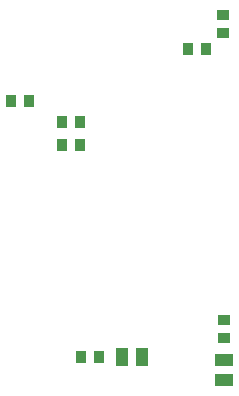
<source format=gbr>
G04 #@! TF.GenerationSoftware,KiCad,Pcbnew,no-vcs-found-835c19f~60~ubuntu16.04.1*
G04 #@! TF.CreationDate,2017-10-10T23:17:26+02:00*
G04 #@! TF.ProjectId,arcade_adapter,6172636164655F616461707465722E6B,rev?*
G04 #@! TF.SameCoordinates,Original*
G04 #@! TF.FileFunction,Paste,Bot*
G04 #@! TF.FilePolarity,Positive*
%FSLAX46Y46*%
G04 Gerber Fmt 4.6, Leading zero omitted, Abs format (unit mm)*
G04 Created by KiCad (PCBNEW no-vcs-found-835c19f~60~ubuntu16.04.1) date Tue Oct 10 23:17:26 2017*
%MOMM*%
%LPD*%
G01*
G04 APERTURE LIST*
%ADD10R,0.914400X1.066800*%
%ADD11R,1.066800X0.914400*%
%ADD12R,1.574800X1.066800*%
%ADD13R,1.066800X1.574800*%
G04 APERTURE END LIST*
D10*
X98907600Y-69857620D03*
X97383600Y-69857620D03*
X97383600Y-71805800D03*
X98907600Y-71805800D03*
X108051600Y-63728600D03*
X109575600Y-63728600D03*
D11*
X111099600Y-86639400D03*
X111099600Y-88163400D03*
X110990380Y-60822840D03*
X110990380Y-62346840D03*
D10*
X98933000Y-89738200D03*
X100457000Y-89738200D03*
X94569280Y-68122800D03*
X93045280Y-68122800D03*
D12*
X111099600Y-91744800D03*
X111099600Y-90017600D03*
D13*
X102412800Y-89738200D03*
X104140000Y-89738200D03*
M02*

</source>
